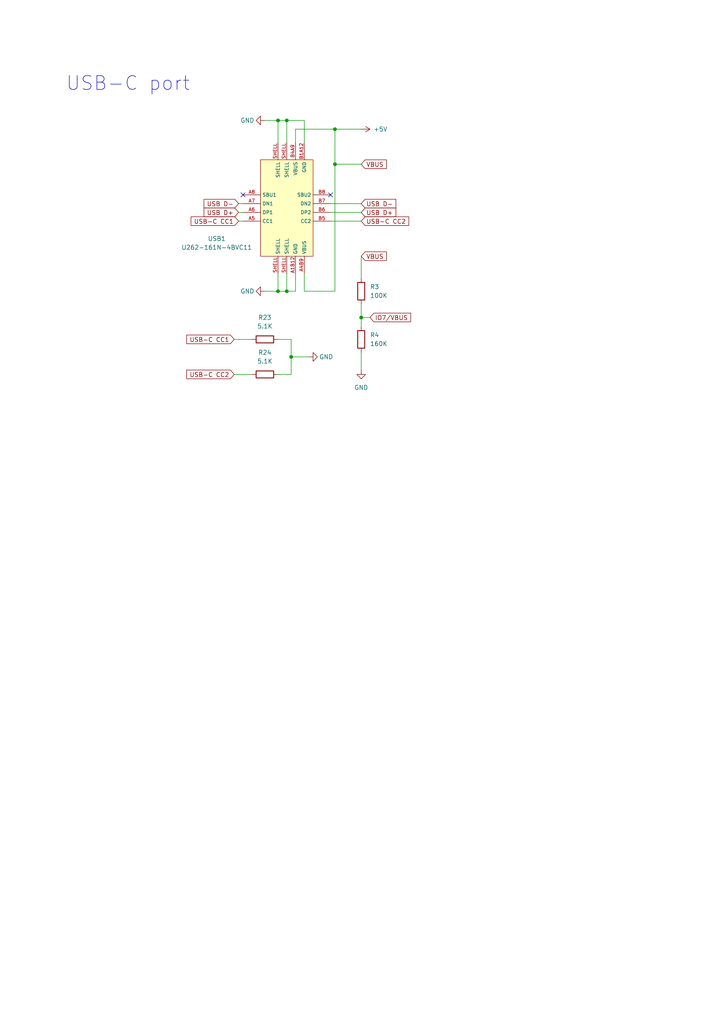
<source format=kicad_sch>
(kicad_sch (version 20230121) (generator eeschema)
  (paper "A4" portrait)
  (lib_symbols
    (symbol "Device:5.1K 1% 0603" (pin_numbers hide) (pin_names (offset 0))
      (property "Reference" "R" (at 2.032 0 90))
      (property "Value" "5.1K 1% 0603" (at 0 0 90))
      (symbol "5.1K 1% 0603_0_1"
        (rectangle (start -1.016 -2.54) (end 1.016 2.54) (stroke (width 0.254)))
      )
      (symbol "5.1K 1% 0603_1_1"
        (pin passive line (at 0 3.81 270) (length 1.27) (name "~") (number "1"))
        (pin passive line (at 0 -3.81 90) (length 1.27) (name "~") (number "2"))
      )
    )
    (symbol "Device:R" (pin_numbers hide) (pin_names (offset 0))
      (property "Reference" "R" (at 2.032 0 90))
      (property "Value" "R" (at 0 0 90))
      (symbol "R_0_1"
        (rectangle (start -1.016 -2.54) (end 1.016 2.54) (stroke (width 0.254)))
      )
      (symbol "R_1_1"
        (pin passive line (at 0 3.81 270) (length 1.27) (name "~") (number "1"))
        (pin passive line (at 0 -3.81 90) (length 1.27) (name "~") (number "2"))
      )
    )
    (symbol "MyParts:U262-161N-4BVC11"
      (property "Reference" "U" (at -16.51 13.97 0))
      (property "Value" "U262-161N-4BVC11" (at -16.51 10.16 0))
      (symbol "U262-161N-4BVC11_0_0"
        (rectangle (start -12.7 7.62) (end 15.24 -7.62) (fill (type background)))
        (pin unspecified line (at -17.78 -2.54 0) (length 5.08) (name "GND") (number "A1B12"))
        (pin unspecified line (at -17.78 -5.08 0) (length 5.08) (name "VBUS") (number "A4B9"))
        (pin unspecified line (at -2.54 12.7 270) (length 5.08) (name "CC1") (number "A5"))
        (pin unspecified line (at 0 12.7 270) (length 5.08) (name "DP1") (number "A6"))
        (pin unspecified line (at 2.54 12.7 270) (length 5.08) (name "DN1") (number "A7"))
        (pin unspecified line (at 5.08 12.7 270) (length 5.08) (name "SBU1") (number "A8"))
        (pin unspecified line (at 20.32 -5.08 180) (length 5.08) (name "GND") (number "B1A12"))
        (pin unspecified line (at 20.32 -2.54 180) (length 5.08) (name "VBUS") (number "B4A9"))
        (pin unspecified line (at -2.54 -12.7 90) (length 5.08) (name "CC2") (number "B5"))
        (pin unspecified line (at 0 -12.7 90) (length 5.08) (name "DP2") (number "B6"))
        (pin unspecified line (at 2.54 -12.7 90) (length 5.08) (name "DN2") (number "B7"))
        (pin unspecified line (at 5.08 -12.7 90) (length 5.08) (name "SBU2") (number "B8"))
        (pin unspecified line (at -17.78 0 0) (length 5.08) (name "SHELL") (number "SHELL"))
        (pin unspecified line (at -17.78 2.54 0) (length 5.08) (name "SHELL") (number "SHELL"))
        (pin unspecified line (at 20.32 0 180) (length 5.08) (name "SHELL") (number "SHELL"))
        (pin unspecified line (at 20.32 2.54 180) (length 5.08) (name "SHELL") (number "SHELL"))
      )
    )
    (symbol "power:+5V" (power) (pin_names (offset 0))
      (property "Value" "+5V" (at 0 3.556 0))
      (symbol "+5V_0_1"
        (polyline (pts (xy -0.762 1.27) (xy 0 2.54)))
        (polyline (pts (xy 0 0) (xy 0 2.54)))
        (polyline (pts (xy 0 2.54) (xy 0.762 1.27)))
      )
      (symbol "+5V_1_1"
        (pin power_in line (at 0 0 90) (length 0) hide (name "+5V") (number "1"))
      )
    )
    (symbol "power:GND" (power) (pin_names (offset 0))
      (property "Value" "GND" (at 0 -3.81 0))
      (symbol "GND_0_1"
        (polyline (pts (xy 0 0) (xy 0 -1.27) (xy 1.27 -1.27) (xy 0 -2.54) (xy -1.27 -1.27) (xy 0 -1.27)))
      )
      (symbol "GND_1_1"
        (pin power_in line (at 0 0 270) (length 0) hide (name "GND") (number "1"))
      )
    )
  )
  (junction (at 83.185 84.455))
  (junction (at 80.645 34.925))
  (junction (at 80.645 84.455))
  (junction (at 83.185 34.925))
  (junction (at 104.775 92.075))
  (junction (at 97.155 47.625))
  (junction (at 84.455 103.505))
  (junction (at 97.155 37.465))
  (no_connect (at 70.485 56.515))
  (no_connect (at 95.885 56.515))
  (wire (pts (xy 83.185 84.455) (xy 80.645 84.455)))
  (wire (pts (xy 85.725 84.455) (xy 83.185 84.455)))
  (wire (pts (xy 97.155 37.465) (xy 97.155 47.625)))
  (wire (pts (xy 104.775 74.295) (xy 104.775 80.645)))
  (wire (pts (xy 95.885 59.055) (xy 104.775 59.055)))
  (wire (pts (xy 85.725 79.375) (xy 85.725 84.455)))
  (wire (pts (xy 83.185 34.925) (xy 80.645 34.925)))
  (wire (pts (xy 76.835 34.925) (xy 80.645 34.925)))
  (wire (pts (xy 88.265 34.925) (xy 83.185 34.925)))
  (wire (pts (xy 104.775 102.235) (xy 104.775 107.315)))
  (wire (pts (xy 88.265 41.275) (xy 88.265 34.925)))
  (wire (pts (xy 88.265 79.375) (xy 88.265 84.455)))
  (wire (pts (xy 80.645 79.375) (xy 80.645 84.455)))
  (wire (pts (xy 85.725 37.465) (xy 97.155 37.465)))
  (wire (pts (xy 69.215 59.055) (xy 70.485 59.055)))
  (wire (pts (xy 80.645 84.455) (xy 76.835 84.455)))
  (wire (pts (xy 97.155 37.465) (xy 104.775 37.465)))
  (wire (pts (xy 104.775 88.265) (xy 104.775 92.075)))
  (wire (pts (xy 97.155 47.625) (xy 97.155 84.455)))
  (wire (pts (xy 88.265 84.455) (xy 97.155 84.455)))
  (wire (pts (xy 67.945 98.425) (xy 73.025 98.425)))
  (wire (pts (xy 107.315 92.075) (xy 104.775 92.075)))
  (wire (pts (xy 104.775 92.075) (xy 104.775 94.615)))
  (wire (pts (xy 80.645 34.925) (xy 80.645 41.275)))
  (wire (pts (xy 69.215 61.595) (xy 70.485 61.595)))
  (wire (pts (xy 83.185 41.275) (xy 83.185 34.925)))
  (wire (pts (xy 85.725 41.275) (xy 85.725 37.465)))
  (wire (pts (xy 97.155 47.625) (xy 104.775 47.625)))
  (wire (pts (xy 80.645 98.425) (xy 84.455 98.425)))
  (wire (pts (xy 95.885 64.135) (xy 104.775 64.135)))
  (wire (pts (xy 95.885 61.595) (xy 104.775 61.595)))
  (wire (pts (xy 84.455 103.505) (xy 84.455 108.585)))
  (wire (pts (xy 67.945 108.585) (xy 73.025 108.585)))
  (wire (pts (xy 83.185 79.375) (xy 83.185 84.455)))
  (wire (pts (xy 84.455 98.425) (xy 84.455 103.505)))
  (wire (pts (xy 80.645 108.585) (xy 84.455 108.585)))
  (wire (pts (xy 84.455 103.505) (xy 89.535 103.505)))
  (wire (pts (xy 70.485 64.135) (xy 69.215 64.135)))
  (text "USB-C port" (at 19.05 26.67 0) (effects (font (size 4 4)) (justify left bottom)))
  (global_label "USB D+" (shape input) (at 69.215 61.595 180) (property "Intersheetrefs" "${INTERSHEET_REFS}" (effects hide)))
  (global_label "USB D-" (shape input) (at 104.775 59.055 0) (property "Intersheetrefs" "${INTERSHEET_REFS}" (effects hide)))
  (global_label "USB-C CC2" (shape input) (at 67.945 108.585 180) (property "Intersheetrefs" "${INTERSHEET_REFS}" (effects hide)))
  (global_label "IO7{slash}VBUS" (shape input) (at 107.315 92.075 0) (property "Intersheetrefs" "${INTERSHEET_REFS}" (effects hide)))
  (global_label "USB D-" (shape input) (at 69.215 59.055 180) (property "Intersheetrefs" "${INTERSHEET_REFS}" (effects hide)))
  (global_label "USB-C CC2" (shape input) (at 104.775 64.135 0) (property "Intersheetrefs" "${INTERSHEET_REFS}" (effects hide)))
  (global_label "USB-C CC1" (shape input) (at 67.945 98.425 180) (property "Intersheetrefs" "${INTERSHEET_REFS}" (effects hide)))
  (global_label "VBUS" (shape input) (at 104.775 74.295 0) (property "Intersheetrefs" "${INTERSHEET_REFS}" (effects hide)))
  (global_label "USB-C CC1" (shape input) (at 69.215 64.135 180) (property "Intersheetrefs" "${INTERSHEET_REFS}" (effects hide)))
  (global_label "USB D+" (shape input) (at 104.775 61.595 0) (property "Intersheetrefs" "${INTERSHEET_REFS}" (effects hide)))
  (global_label "VBUS" (shape input) (at 104.775 47.625 0) (property "Intersheetrefs" "${INTERSHEET_REFS}" (effects hide)))
  (symbol (lib_id "power:+5V") (at 104.775 37.465 270) (unit 1)
    (property "Reference" "#PWR0137" (effects hide))
    (property "Value" "+5V" (at 112.395 37.465 90) (effects (justify right)))
    (instances (project "GlowCoreMini PCB" (path "" (reference "#PWR0137") (unit 1)) (path "" (reference "#PWR0161") (unit 1)) (path "" (reference "#PWR0144") (unit 1))))
  )
  (symbol (lib_id "power:GND") (at 76.835 84.455 270) (unit 1)
    (property "Reference" "#PWR0138" (effects hide))
    (property "Value" "GND" (at 71.755 84.455 90))
  )
  (symbol (lib_id "power:GND") (at 104.775 107.315 0) (unit 1)
    (property "Reference" "#PWR0140" (effects hide))
    (property "Value" "GND" (at 104.775 112.395 0))
  )
  (symbol (lib_id "power:GND") (at 76.835 34.925 270) (unit 1)
    (property "Reference" "#PWR0139" (effects hide))
    (property "Value" "GND" (at 71.755 34.925 90))
  )
  (symbol (lib_id "Device:5.1K 1% 0603") (at 76.835 98.425 270) (unit 1)
    (property "Reference" "R23" (at 76.835 92.075 90))
    (property "Value" "5.1K" (at 76.835 94.615 90))
    (property "Footprint" "Resistor_SMD:R_0402_1005Metric" (effects hide))
    (property "Datasheet" "https://datasheet.lcsc.com/lcsc/1912111437_Resistor-Today-HPCR0603F5K10K9_C365193.pdf" (effects hide))
    (property "Description" " ±1% 200mW Thick Film Resistors 50V ±100ppm/℃ -55℃~+125℃ 5.1kΩ 0603 Chip Resistor - Surface Mount ROHS" (effects hide))
    (property "LCSC #" "C25905" (effects hide))
  )
  (symbol (lib_id "Device:R") (at 104.775 84.455 180) (unit 1)
    (property "Reference" "R3" (at 107.315 83.1849 0) (effects (justify right)))
    (property "Value" "100K" (at 107.315 85.7249 0) (effects (justify right)))
    (property "Footprint" "Resistor_SMD:R_0402_1005Metric" (effects hide))
    (property "LCSC #" "C25741" (effects hide))
  )
  (symbol (lib_id "Device:R") (at 104.775 98.425 180) (unit 1)
    (property "Reference" "R4" (at 107.315 97.1549 0) (effects (justify right)))
    (property "Value" "160K" (at 107.315 99.6949 0) (effects (justify right)))
    (property "Footprint" "Resistor_SMD:R_0603_1608Metric" (effects hide))
    (property "LCSC #" "C22813" (effects hide))
  )
  (symbol (lib_id "power:GND") (at 89.535 103.505 90) (unit 1)
    (property "Reference" "#PWR0158" (effects hide))
    (property "Value" "GND" (at 94.615 103.505 90))
  )
  (symbol (lib_id "MyParts:U262-161N-4BVC11") (at 83.185 61.595 90) (unit 1)
    (property "Reference" "USB1" (at 62.865 69.215 90))
    (property "Value" "U262-161N-4BVC11" (at 62.865 71.755 90))
    (property "Footprint" "footprint:USB-3.1-SMD_U262-161N-4BVC11" (effects hide))
    (property "LCSC #" "C319148" (effects hide))
  )
  (symbol (lib_id "Device:5.1K 1% 0603") (at 76.835 108.585 270) (unit 1)
    (property "Reference" "R24" (at 76.835 102.235 90))
    (property "Value" "5.1K" (at 76.835 104.775 90))
    (property "Footprint" "Resistor_SMD:R_0402_1005Metric" (effects hide))
    (property "Datasheet" "https://datasheet.lcsc.com/lcsc/1912111437_Resistor-Today-HPCR0603F5K10K9_C365193.pdf" (effects hide))
    (property "Description" " ±1% 200mW Thick Film Resistors 50V ±100ppm/℃ -55℃~+125℃ 5.1kΩ 0603 Chip Resistor - Surface Mount ROHS" (effects hide))
    (property "LCSC #" "C25905" (effects hide))
  )
)
</source>
